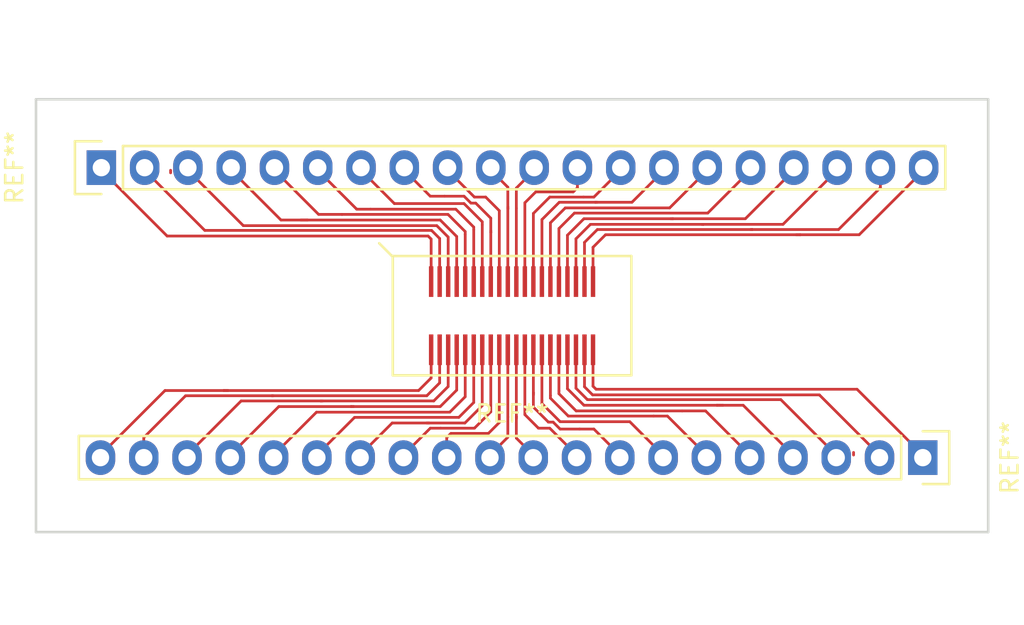
<source format=kicad_pcb>
(kicad_pcb (version 4) (host pcbnew 4.0.5+dfsg1-4~bpo8+1)

  (general
    (links 0)
    (no_connects 0)
    (area 47.726189 64.995 91.973812 77.845)
    (thickness 1.6)
    (drawings 4)
    (tracks 250)
    (zones 0)
    (modules 3)
    (nets 1)
  )

  (page A4)
  (layers
    (0 F.Cu signal)
    (31 B.Cu signal)
    (32 B.Adhes user)
    (33 F.Adhes user)
    (34 B.Paste user)
    (35 F.Paste user)
    (36 B.SilkS user)
    (37 F.SilkS user)
    (38 B.Mask user)
    (39 F.Mask user)
    (40 Dwgs.User user)
    (41 Cmts.User user)
    (42 Eco1.User user)
    (43 Eco2.User user)
    (44 Edge.Cuts user)
    (45 Margin user)
    (46 B.CrtYd user)
    (47 F.CrtYd user)
    (48 B.Fab user)
    (49 F.Fab user)
  )

  (setup
    (last_trace_width 0.16)
    (trace_clearance 0.1)
    (zone_clearance 0.508)
    (zone_45_only no)
    (trace_min 0.15)
    (segment_width 0.2)
    (edge_width 0.15)
    (via_size 0.6)
    (via_drill 0.4)
    (via_min_size 0.4)
    (via_min_drill 0.3)
    (uvia_size 0.3)
    (uvia_drill 0.1)
    (uvias_allowed no)
    (uvia_min_size 0.2)
    (uvia_min_drill 0.1)
    (pcb_text_width 0.3)
    (pcb_text_size 1.5 1.5)
    (mod_edge_width 0.15)
    (mod_text_size 1 1)
    (mod_text_width 0.15)
    (pad_size 1.524 1.524)
    (pad_drill 0.762)
    (pad_to_mask_clearance 0.2)
    (aux_axis_origin 0 0)
    (visible_elements FFFFFF7F)
    (pcbplotparams
      (layerselection 0x00030_80000001)
      (usegerberextensions false)
      (excludeedgelayer true)
      (linewidth 0.100000)
      (plotframeref false)
      (viasonmask false)
      (mode 1)
      (useauxorigin false)
      (hpglpennumber 1)
      (hpglpenspeed 20)
      (hpglpendiameter 15)
      (hpglpenoverlay 2)
      (psnegative false)
      (psa4output false)
      (plotreference true)
      (plotvalue true)
      (plotinvisibletext false)
      (padsonsilk false)
      (subtractmaskfromsilk false)
      (outputformat 1)
      (mirror false)
      (drillshape 1)
      (scaleselection 1)
      (outputdirectory ""))
  )

  (net 0 "")

  (net_class Default "This is the default net class."
    (clearance 0.1)
    (trace_width 0.16)
    (via_dia 0.6)
    (via_drill 0.4)
    (uvia_dia 0.3)
    (uvia_drill 0.1)
  )

  (module Pin_Headers:Pin_Header_Straight_1x20 (layer F.Cu) (tedit 0) (tstamp 594E8BC0)
    (at 93.9546 79.4512 270)
    (descr "Through hole pin header")
    (tags "pin header")
    (fp_text reference REF** (at 0 -5.1 270) (layer F.SilkS)
      (effects (font (size 1 1) (thickness 0.15)))
    )
    (fp_text value Pin_Header_Straight_1x20 (at 0 -3.1 270) (layer F.Fab)
      (effects (font (size 1 1) (thickness 0.15)))
    )
    (fp_line (start -1.75 -1.75) (end -1.75 50.05) (layer F.CrtYd) (width 0.05))
    (fp_line (start 1.75 -1.75) (end 1.75 50.05) (layer F.CrtYd) (width 0.05))
    (fp_line (start -1.75 -1.75) (end 1.75 -1.75) (layer F.CrtYd) (width 0.05))
    (fp_line (start -1.75 50.05) (end 1.75 50.05) (layer F.CrtYd) (width 0.05))
    (fp_line (start 1.27 1.27) (end 1.27 49.53) (layer F.SilkS) (width 0.15))
    (fp_line (start 1.27 49.53) (end -1.27 49.53) (layer F.SilkS) (width 0.15))
    (fp_line (start -1.27 49.53) (end -1.27 1.27) (layer F.SilkS) (width 0.15))
    (fp_line (start 1.55 -1.55) (end 1.55 0) (layer F.SilkS) (width 0.15))
    (fp_line (start 1.27 1.27) (end -1.27 1.27) (layer F.SilkS) (width 0.15))
    (fp_line (start -1.55 0) (end -1.55 -1.55) (layer F.SilkS) (width 0.15))
    (fp_line (start -1.55 -1.55) (end 1.55 -1.55) (layer F.SilkS) (width 0.15))
    (pad 1 thru_hole rect (at 0 0 270) (size 2.032 1.7272) (drill 1.016) (layers *.Cu *.Mask))
    (pad 2 thru_hole oval (at 0 2.54 270) (size 2.032 1.7272) (drill 1.016) (layers *.Cu *.Mask))
    (pad 3 thru_hole oval (at 0 5.08 270) (size 2.032 1.7272) (drill 1.016) (layers *.Cu *.Mask))
    (pad 4 thru_hole oval (at 0 7.62 270) (size 2.032 1.7272) (drill 1.016) (layers *.Cu *.Mask))
    (pad 5 thru_hole oval (at 0 10.16 270) (size 2.032 1.7272) (drill 1.016) (layers *.Cu *.Mask))
    (pad 6 thru_hole oval (at 0 12.7 270) (size 2.032 1.7272) (drill 1.016) (layers *.Cu *.Mask))
    (pad 7 thru_hole oval (at 0 15.24 270) (size 2.032 1.7272) (drill 1.016) (layers *.Cu *.Mask))
    (pad 8 thru_hole oval (at 0 17.78 270) (size 2.032 1.7272) (drill 1.016) (layers *.Cu *.Mask))
    (pad 9 thru_hole oval (at 0 20.32 270) (size 2.032 1.7272) (drill 1.016) (layers *.Cu *.Mask))
    (pad 10 thru_hole oval (at 0 22.86 270) (size 2.032 1.7272) (drill 1.016) (layers *.Cu *.Mask))
    (pad 11 thru_hole oval (at 0 25.4 270) (size 2.032 1.7272) (drill 1.016) (layers *.Cu *.Mask))
    (pad 12 thru_hole oval (at 0 27.94 270) (size 2.032 1.7272) (drill 1.016) (layers *.Cu *.Mask))
    (pad 13 thru_hole oval (at 0 30.48 270) (size 2.032 1.7272) (drill 1.016) (layers *.Cu *.Mask))
    (pad 14 thru_hole oval (at 0 33.02 270) (size 2.032 1.7272) (drill 1.016) (layers *.Cu *.Mask))
    (pad 15 thru_hole oval (at 0 35.56 270) (size 2.032 1.7272) (drill 1.016) (layers *.Cu *.Mask))
    (pad 16 thru_hole oval (at 0 38.1 270) (size 2.032 1.7272) (drill 1.016) (layers *.Cu *.Mask))
    (pad 17 thru_hole oval (at 0 40.64 270) (size 2.032 1.7272) (drill 1.016) (layers *.Cu *.Mask))
    (pad 18 thru_hole oval (at 0 43.18 270) (size 2.032 1.7272) (drill 1.016) (layers *.Cu *.Mask))
    (pad 19 thru_hole oval (at 0 45.72 270) (size 2.032 1.7272) (drill 1.016) (layers *.Cu *.Mask))
    (pad 20 thru_hole oval (at 0 48.26 270) (size 2.032 1.7272) (drill 1.016) (layers *.Cu *.Mask))
    (model Pin_Headers.3dshapes/Pin_Header_Straight_1x20.wrl
      (at (xyz 0 -0.95 0))
      (scale (xyz 1 1 1))
      (rotate (xyz 0 0 90))
    )
  )

  (module Connectors_Molex:Molex_SlimStack_Receptacle_02x20_0.5mm_52991-10408 (layer F.Cu) (tedit 55E7D192) (tstamp 594E26F8)
    (at 69.85 71.12)
    (descr "Molex Slimstack connector 02X20 contacts 0.5mm pitch 3mm mated height")
    (tags "Slimstack 3mm 02x20 0.5mm pitch")
    (attr smd)
    (fp_text reference REF** (at 0 5.75) (layer F.SilkS)
      (effects (font (size 1 1) (thickness 0.15)))
    )
    (fp_text value Molex_SlimStack_Receptacle_02x20_0.5mm_52991-10408 (at 0 -5.25) (layer F.Fab)
      (effects (font (size 1 1) (thickness 0.15)))
    )
    (fp_line (start -7.05 -3.5) (end -7.8 -4.25) (layer F.SilkS) (width 0.15))
    (fp_line (start 7.2 -3.75) (end -7.2 -3.75) (layer F.CrtYd) (width 0.05))
    (fp_line (start 7.2 3.75) (end 7.2 -3.75) (layer F.CrtYd) (width 0.05))
    (fp_line (start -7.2 3.75) (end 7.2 3.75) (layer F.CrtYd) (width 0.05))
    (fp_line (start -7.2 -3.75) (end -7.2 3.75) (layer F.CrtYd) (width 0.05))
    (fp_line (start 7 -3.5) (end -7 -3.5) (layer F.SilkS) (width 0.15))
    (fp_line (start 7 3.5) (end 7 -3.5) (layer F.SilkS) (width 0.15))
    (fp_line (start -7 3.5) (end 7 3.5) (layer F.SilkS) (width 0.15))
    (fp_line (start -7 -3.5) (end -7 3.5) (layer F.SilkS) (width 0.15))
    (pad 1 smd rect (at -4.75 -2) (size 0.26 1.8) (layers F.Cu F.Paste F.Mask))
    (pad 2 smd rect (at -4.75 2) (size 0.26 1.8) (layers F.Cu F.Paste F.Mask))
    (pad 3 smd rect (at -4.25 -2) (size 0.26 1.8) (layers F.Cu F.Paste F.Mask))
    (pad 4 smd rect (at -4.25 2) (size 0.26 1.8) (layers F.Cu F.Paste F.Mask))
    (pad 5 smd rect (at -3.75 -2) (size 0.26 1.8) (layers F.Cu F.Paste F.Mask))
    (pad 6 smd rect (at -3.75 2) (size 0.26 1.8) (layers F.Cu F.Paste F.Mask))
    (pad 7 smd rect (at -3.25 -2) (size 0.26 1.8) (layers F.Cu F.Paste F.Mask))
    (pad 8 smd rect (at -3.25 2) (size 0.26 1.8) (layers F.Cu F.Paste F.Mask))
    (pad 9 smd rect (at -2.75 -2) (size 0.26 1.8) (layers F.Cu F.Paste F.Mask))
    (pad 10 smd rect (at -2.75 2) (size 0.26 1.8) (layers F.Cu F.Paste F.Mask))
    (pad 11 smd rect (at -2.25 -2) (size 0.26 1.8) (layers F.Cu F.Paste F.Mask))
    (pad 12 smd rect (at -2.25 2) (size 0.26 1.8) (layers F.Cu F.Paste F.Mask))
    (pad 13 smd rect (at -1.75 -2) (size 0.26 1.8) (layers F.Cu F.Paste F.Mask))
    (pad 14 smd rect (at -1.75 2) (size 0.26 1.8) (layers F.Cu F.Paste F.Mask))
    (pad 15 smd rect (at -1.25 -2) (size 0.26 1.8) (layers F.Cu F.Paste F.Mask))
    (pad 16 smd rect (at -1.25 2) (size 0.26 1.8) (layers F.Cu F.Paste F.Mask))
    (pad 17 smd rect (at -0.75 -2) (size 0.26 1.8) (layers F.Cu F.Paste F.Mask))
    (pad 18 smd rect (at -0.75 2) (size 0.26 1.8) (layers F.Cu F.Paste F.Mask))
    (pad 19 smd rect (at -0.25 -2) (size 0.26 1.8) (layers F.Cu F.Paste F.Mask))
    (pad 20 smd rect (at -0.25 2) (size 0.26 1.8) (layers F.Cu F.Paste F.Mask))
    (pad 20 smd rect (at -0.25 2) (size 0.26 1.8) (layers F.Cu F.Paste F.Mask))
    (pad 21 smd rect (at 0.25 -2) (size 0.26 1.8) (layers F.Cu F.Paste F.Mask))
    (pad 22 smd rect (at 0.25 2) (size 0.26 1.8) (layers F.Cu F.Paste F.Mask))
    (pad 23 smd rect (at 0.75 -2) (size 0.26 1.8) (layers F.Cu F.Paste F.Mask))
    (pad 24 smd rect (at 0.75 2) (size 0.26 1.8) (layers F.Cu F.Paste F.Mask))
    (pad 25 smd rect (at 1.25 -2) (size 0.26 1.8) (layers F.Cu F.Paste F.Mask))
    (pad 26 smd rect (at 1.25 2) (size 0.26 1.8) (layers F.Cu F.Paste F.Mask))
    (pad 27 smd rect (at 1.75 -2) (size 0.26 1.8) (layers F.Cu F.Paste F.Mask))
    (pad 28 smd rect (at 1.75 2) (size 0.26 1.8) (layers F.Cu F.Paste F.Mask))
    (pad 29 smd rect (at 2.25 -2) (size 0.26 1.8) (layers F.Cu F.Paste F.Mask))
    (pad 30 smd rect (at 2.25 2) (size 0.26 1.8) (layers F.Cu F.Paste F.Mask))
    (pad 30 smd rect (at 2.25 2) (size 0.26 1.8) (layers F.Cu F.Paste F.Mask))
    (pad 31 smd rect (at 2.75 -2) (size 0.26 1.8) (layers F.Cu F.Paste F.Mask))
    (pad 32 smd rect (at 2.75 2) (size 0.26 1.8) (layers F.Cu F.Paste F.Mask))
    (pad 33 smd rect (at 3.25 -2) (size 0.26 1.8) (layers F.Cu F.Paste F.Mask))
    (pad 34 smd rect (at 3.25 2) (size 0.26 1.8) (layers F.Cu F.Paste F.Mask))
    (pad 35 smd rect (at 3.75 -2) (size 0.26 1.8) (layers F.Cu F.Paste F.Mask))
    (pad 36 smd rect (at 3.75 2) (size 0.26 1.8) (layers F.Cu F.Paste F.Mask))
    (pad 37 smd rect (at 4.25 -2) (size 0.26 1.8) (layers F.Cu F.Paste F.Mask))
    (pad 38 smd rect (at 4.25 2) (size 0.26 1.8) (layers F.Cu F.Paste F.Mask))
    (pad 39 smd rect (at 4.75 -2) (size 0.26 1.8) (layers F.Cu F.Paste F.Mask))
    (pad 40 smd rect (at 4.75 2) (size 0.26 1.8) (layers F.Cu F.Paste F.Mask))
  )

  (module Pin_Headers:Pin_Header_Straight_1x20 (layer F.Cu) (tedit 0) (tstamp 594E87E6)
    (at 45.7454 62.4332 90)
    (descr "Through hole pin header")
    (tags "pin header")
    (fp_text reference REF** (at 0 -5.1 90) (layer F.SilkS)
      (effects (font (size 1 1) (thickness 0.15)))
    )
    (fp_text value Pin_Header_Straight_1x20 (at 0 -3.1 90) (layer F.Fab)
      (effects (font (size 1 1) (thickness 0.15)))
    )
    (fp_line (start -1.75 -1.75) (end -1.75 50.05) (layer F.CrtYd) (width 0.05))
    (fp_line (start 1.75 -1.75) (end 1.75 50.05) (layer F.CrtYd) (width 0.05))
    (fp_line (start -1.75 -1.75) (end 1.75 -1.75) (layer F.CrtYd) (width 0.05))
    (fp_line (start -1.75 50.05) (end 1.75 50.05) (layer F.CrtYd) (width 0.05))
    (fp_line (start 1.27 1.27) (end 1.27 49.53) (layer F.SilkS) (width 0.15))
    (fp_line (start 1.27 49.53) (end -1.27 49.53) (layer F.SilkS) (width 0.15))
    (fp_line (start -1.27 49.53) (end -1.27 1.27) (layer F.SilkS) (width 0.15))
    (fp_line (start 1.55 -1.55) (end 1.55 0) (layer F.SilkS) (width 0.15))
    (fp_line (start 1.27 1.27) (end -1.27 1.27) (layer F.SilkS) (width 0.15))
    (fp_line (start -1.55 0) (end -1.55 -1.55) (layer F.SilkS) (width 0.15))
    (fp_line (start -1.55 -1.55) (end 1.55 -1.55) (layer F.SilkS) (width 0.15))
    (pad 1 thru_hole rect (at 0 0 90) (size 2.032 1.7272) (drill 1.016) (layers *.Cu *.Mask))
    (pad 2 thru_hole oval (at 0 2.54 90) (size 2.032 1.7272) (drill 1.016) (layers *.Cu *.Mask))
    (pad 3 thru_hole oval (at 0 5.08 90) (size 2.032 1.7272) (drill 1.016) (layers *.Cu *.Mask))
    (pad 4 thru_hole oval (at 0 7.62 90) (size 2.032 1.7272) (drill 1.016) (layers *.Cu *.Mask))
    (pad 5 thru_hole oval (at 0 10.16 90) (size 2.032 1.7272) (drill 1.016) (layers *.Cu *.Mask))
    (pad 6 thru_hole oval (at 0 12.7 90) (size 2.032 1.7272) (drill 1.016) (layers *.Cu *.Mask))
    (pad 7 thru_hole oval (at 0 15.24 90) (size 2.032 1.7272) (drill 1.016) (layers *.Cu *.Mask))
    (pad 8 thru_hole oval (at 0 17.78 90) (size 2.032 1.7272) (drill 1.016) (layers *.Cu *.Mask))
    (pad 9 thru_hole oval (at 0 20.32 90) (size 2.032 1.7272) (drill 1.016) (layers *.Cu *.Mask))
    (pad 10 thru_hole oval (at 0 22.86 90) (size 2.032 1.7272) (drill 1.016) (layers *.Cu *.Mask))
    (pad 11 thru_hole oval (at 0 25.4 90) (size 2.032 1.7272) (drill 1.016) (layers *.Cu *.Mask))
    (pad 12 thru_hole oval (at 0 27.94 90) (size 2.032 1.7272) (drill 1.016) (layers *.Cu *.Mask))
    (pad 13 thru_hole oval (at 0 30.48 90) (size 2.032 1.7272) (drill 1.016) (layers *.Cu *.Mask))
    (pad 14 thru_hole oval (at 0 33.02 90) (size 2.032 1.7272) (drill 1.016) (layers *.Cu *.Mask))
    (pad 15 thru_hole oval (at 0 35.56 90) (size 2.032 1.7272) (drill 1.016) (layers *.Cu *.Mask))
    (pad 16 thru_hole oval (at 0 38.1 90) (size 2.032 1.7272) (drill 1.016) (layers *.Cu *.Mask))
    (pad 17 thru_hole oval (at 0 40.64 90) (size 2.032 1.7272) (drill 1.016) (layers *.Cu *.Mask))
    (pad 18 thru_hole oval (at 0 43.18 90) (size 2.032 1.7272) (drill 1.016) (layers *.Cu *.Mask))
    (pad 19 thru_hole oval (at 0 45.72 90) (size 2.032 1.7272) (drill 1.016) (layers *.Cu *.Mask))
    (pad 20 thru_hole oval (at 0 48.26 90) (size 2.032 1.7272) (drill 1.016) (layers *.Cu *.Mask))
    (model Pin_Headers.3dshapes/Pin_Header_Straight_1x20.wrl
      (at (xyz 0 -0.95 0))
      (scale (xyz 1 1 1))
      (rotate (xyz 0 0 90))
    )
  )

  (gr_line (start 97.79 83.82) (end 41.91 83.82) (layer Edge.Cuts) (width 0.15))
  (gr_line (start 97.79 58.42) (end 97.79 83.82) (layer Edge.Cuts) (width 0.15))
  (gr_line (start 41.91 58.42) (end 97.79 58.42) (layer Edge.Cuts) (width 0.15))
  (gr_line (start 41.91 83.82) (end 41.91 58.42) (layer Edge.Cuts) (width 0.15))

  (segment (start 60.9346 79.4512) (end 60.9346 79.2988) (width 0.16) (layer F.Cu) (net 0) (tstamp 594E8BBF))
  (segment (start 60.4012 76.454) (end 60.5536 76.454) (width 0.16) (layer F.Cu) (net 0) (tstamp 594E8BBE))
  (segment (start 62.8142 77.4192) (end 64.9732 77.4192) (width 0.16) (layer F.Cu) (net 0) (tstamp 594E8BBD))
  (segment (start 63.4746 79.4512) (end 63.4746 79.2988) (width 0.16) (layer F.Cu) (net 0) (tstamp 594E8BBC))
  (segment (start 63.4746 79.2988) (end 65.0494 77.724) (width 0.16) (layer F.Cu) (net 0) (tstamp 594E8BBB))
  (segment (start 60.9346 79.2988) (end 62.8142 77.4192) (width 0.16) (layer F.Cu) (net 0) (tstamp 594E8BBA))
  (segment (start 56.1594 76.454) (end 60.4012 76.454) (width 0.16) (layer F.Cu) (net 0) (tstamp 594E8BB9))
  (segment (start 58.3946 79.2988) (end 60.6044 77.089) (width 0.16) (layer F.Cu) (net 0) (tstamp 594E8BB8))
  (segment (start 58.3946 79.4512) (end 58.3946 79.2988) (width 0.16) (layer F.Cu) (net 0) (tstamp 594E8BB7))
  (segment (start 55.8546 79.2988) (end 58.3692 76.7842) (width 0.16) (layer F.Cu) (net 0) (tstamp 594E8BB6))
  (segment (start 64.3636 75.5142) (end 52.9336 75.5142) (width 0.16) (layer F.Cu) (net 0) (tstamp 594E8BB5))
  (segment (start 53.9496 76.1238) (end 58.6232 76.1238) (width 0.16) (layer F.Cu) (net 0) (tstamp 594E8BB4))
  (segment (start 64.8462 75.819) (end 55.753 75.819) (width 0.16) (layer F.Cu) (net 0) (tstamp 594E8BB3))
  (segment (start 48.2346 78.2752) (end 50.6908 75.819) (width 0.16) (layer F.Cu) (net 0) (tstamp 594E8BB2))
  (segment (start 45.6946 79.2988) (end 49.4792 75.5142) (width 0.16) (layer F.Cu) (net 0) (tstamp 594E8BB1))
  (segment (start 45.6946 79.4512) (end 45.6946 79.2988) (width 0.16) (layer F.Cu) (net 0) (tstamp 594E8BB0))
  (segment (start 48.2346 79.4512) (end 48.2346 78.2752) (width 0.16) (layer F.Cu) (net 0) (tstamp 594E8BAF))
  (segment (start 52.9336 75.5142) (end 53.1876 75.5142) (width 0.16) (layer F.Cu) (net 0) (tstamp 594E8BAE))
  (segment (start 49.4792 75.5142) (end 52.9336 75.5142) (width 0.16) (layer F.Cu) (net 0) (tstamp 594E8BAD))
  (segment (start 50.7746 79.2988) (end 53.9496 76.1238) (width 0.16) (layer F.Cu) (net 0) (tstamp 594E8BAC))
  (segment (start 50.7746 79.4512) (end 50.7746 79.2988) (width 0.16) (layer F.Cu) (net 0) (tstamp 594E8BAB))
  (segment (start 55.753 75.819) (end 55.8546 75.819) (width 0.16) (layer F.Cu) (net 0) (tstamp 594E8BAA))
  (segment (start 50.6908 75.819) (end 55.753 75.819) (width 0.16) (layer F.Cu) (net 0) (tstamp 594E8BA9))
  (segment (start 55.8546 79.4512) (end 55.8546 79.2988) (width 0.16) (layer F.Cu) (net 0) (tstamp 594E8BA8))
  (segment (start 53.3146 79.2988) (end 56.1594 76.454) (width 0.16) (layer F.Cu) (net 0) (tstamp 594E8BA7))
  (segment (start 53.3146 79.4512) (end 53.3146 79.2988) (width 0.16) (layer F.Cu) (net 0) (tstamp 594E8BA6))
  (segment (start 65.6336 76.454) (end 60.4012 76.454) (width 0.16) (layer F.Cu) (net 0) (tstamp 594E8BA5))
  (segment (start 58.3692 76.7842) (end 66.1924 76.7842) (width 0.16) (layer F.Cu) (net 0) (tstamp 594E8BA4))
  (segment (start 58.6232 76.1238) (end 58.7248 76.1238) (width 0.16) (layer F.Cu) (net 0) (tstamp 594E8BA3))
  (segment (start 60.6044 77.089) (end 66.7258 77.089) (width 0.16) (layer F.Cu) (net 0) (tstamp 594E8BA2))
  (segment (start 65.2526 76.1238) (end 58.6232 76.1238) (width 0.16) (layer F.Cu) (net 0) (tstamp 594E8BA1))
  (segment (start 68.0974 76.4032) (end 67.0814 77.4192) (width 0.16) (layer F.Cu) (net 0) (tstamp 594E8BA0))
  (segment (start 66.7258 77.089) (end 67.6 76.2148) (width 0.16) (layer F.Cu) (net 0) (tstamp 594E8B9F))
  (segment (start 65.0494 77.724) (end 65.659 77.724) (width 0.16) (layer F.Cu) (net 0) (tstamp 594E8B9E))
  (segment (start 67.0814 77.4192) (end 64.9732 77.4192) (width 0.16) (layer F.Cu) (net 0) (tstamp 594E8B9D))
  (segment (start 67.1 75.8766) (end 66.1924 76.7842) (width 0.16) (layer F.Cu) (net 0) (tstamp 594E8B9C))
  (segment (start 64.9732 77.4192) (end 64.8462 77.4192) (width 0.16) (layer F.Cu) (net 0) (tstamp 594E8B9B))
  (segment (start 69.6 72.7644) (end 69.6 77.0676) (width 0.16) (layer F.Cu) (net 0) (tstamp 594E8B9A))
  (segment (start 67.6 76.2148) (end 67.6 72.7644) (width 0.16) (layer F.Cu) (net 0) (tstamp 594E8B99))
  (segment (start 68.0974 73.537) (end 68.0974 76.4032) (width 0.16) (layer F.Cu) (net 0) (tstamp 594E8B98))
  (segment (start 67.1 72.7644) (end 67.1 75.8766) (width 0.16) (layer F.Cu) (net 0) (tstamp 594E8B97))
  (segment (start 68.1 73.5344) (end 68.0974 73.537) (width 0.16) (layer F.Cu) (net 0) (tstamp 594E8B96))
  (segment (start 68.1 72.7644) (end 68.1 73.5344) (width 0.16) (layer F.Cu) (net 0) (tstamp 594E8B95))
  (segment (start 68.6 72.7644) (end 68.6 76.7642) (width 0.16) (layer F.Cu) (net 0) (tstamp 594E8B94))
  (segment (start 69.1 72.7644) (end 69.1 77.3894) (width 0.16) (layer F.Cu) (net 0) (tstamp 594E8B93))
  (segment (start 65.6 75.0652) (end 64.8462 75.819) (width 0.16) (layer F.Cu) (net 0) (tstamp 594E8B92))
  (segment (start 66.6 75.4876) (end 65.6336 76.454) (width 0.16) (layer F.Cu) (net 0) (tstamp 594E8B91))
  (segment (start 65.1 74.7778) (end 64.3636 75.5142) (width 0.16) (layer F.Cu) (net 0) (tstamp 594E8B90))
  (segment (start 66.1 75.2764) (end 65.2526 76.1238) (width 0.16) (layer F.Cu) (net 0) (tstamp 594E8B8F))
  (segment (start 67.6402 77.724) (end 65.659 77.724) (width 0.16) (layer F.Cu) (net 0) (tstamp 594E8B8E))
  (segment (start 68.4606 78.0288) (end 66.261 78.0288) (width 0.16) (layer F.Cu) (net 0) (tstamp 594E8B8D))
  (segment (start 66.261 78.0288) (end 66.0146 78.2752) (width 0.16) (layer F.Cu) (net 0) (tstamp 594E8B8C))
  (segment (start 66.0146 78.2752) (end 66.0146 79.4512) (width 0.16) (layer F.Cu) (net 0) (tstamp 594E8B8B))
  (segment (start 68.5546 79.4512) (end 68.5546 79.2988) (width 0.16) (layer F.Cu) (net 0) (tstamp 594E8B8A))
  (segment (start 68.6 76.7642) (end 67.6402 77.724) (width 0.16) (layer F.Cu) (net 0) (tstamp 594E8B89))
  (segment (start 68.5546 79.2988) (end 69.6 78.2534) (width 0.16) (layer F.Cu) (net 0) (tstamp 594E8B88))
  (segment (start 69.6 78.2534) (end 69.6 77.0676) (width 0.16) (layer F.Cu) (net 0) (tstamp 594E8B87))
  (segment (start 69.1 77.3894) (end 68.4606 78.0288) (width 0.16) (layer F.Cu) (net 0) (tstamp 594E8B86))
  (segment (start 66.1 72.7644) (end 66.1 75.2764) (width 0.16) (layer F.Cu) (net 0) (tstamp 594E8B85))
  (segment (start 65.1 72.7644) (end 65.1 74.7778) (width 0.16) (layer F.Cu) (net 0) (tstamp 594E8B84))
  (segment (start 66.6 72.7644) (end 66.6 75.4876) (width 0.16) (layer F.Cu) (net 0) (tstamp 594E8B83))
  (segment (start 65.6 72.7644) (end 65.6 75.0652) (width 0.16) (layer F.Cu) (net 0) (tstamp 594E8B82))
  (segment (start 83.7946 79.2988) (end 81.2038 76.708) (width 0.16) (layer F.Cu) (net 0) (tstamp 594E8B81))
  (segment (start 81.2546 79.2988) (end 78.9686 77.0128) (width 0.16) (layer F.Cu) (net 0) (tstamp 594E8B80))
  (segment (start 83.7946 79.4512) (end 83.7946 79.2988) (width 0.16) (layer F.Cu) (net 0) (tstamp 594E8B7F))
  (segment (start 81.2038 76.708) (end 79.8322 76.708) (width 0.16) (layer F.Cu) (net 0) (tstamp 594E8B7E))
  (segment (start 81.2546 79.4512) (end 81.2546 79.2988) (width 0.16) (layer F.Cu) (net 0) (tstamp 594E8B7D))
  (segment (start 76.7588 77.343) (end 72.6694 77.343) (width 0.16) (layer F.Cu) (net 0) (tstamp 594E8B7C))
  (segment (start 76.1746 79.4512) (end 76.1746 79.2988) (width 0.16) (layer F.Cu) (net 0) (tstamp 594E8B7B))
  (segment (start 73.152 77.0128) (end 78.1558 77.0128) (width 0.16) (layer F.Cu) (net 0) (tstamp 594E8B7A))
  (segment (start 74.6506 77.7748) (end 73.8124 77.7748) (width 0.16) (layer F.Cu) (net 0) (tstamp 594E8B79))
  (segment (start 76.1746 79.2988) (end 74.6506 77.7748) (width 0.16) (layer F.Cu) (net 0) (tstamp 594E8B78))
  (segment (start 78.7146 79.4512) (end 78.7146 79.2988) (width 0.16) (layer F.Cu) (net 0) (tstamp 594E8B77))
  (segment (start 78.7146 79.2988) (end 76.7588 77.343) (width 0.16) (layer F.Cu) (net 0) (tstamp 594E8B76))
  (segment (start 88.8746 79.4512) (end 88.8746 79.2988) (width 0.16) (layer F.Cu) (net 0) (tstamp 594E8B75))
  (segment (start 89.8906 79.2988) (end 89.8906 79.1464) (width 0.16) (layer F.Cu) (net 0) (tstamp 594E8B74))
  (segment (start 93.9546 79.2988) (end 90.0938 75.438) (width 0.16) (layer F.Cu) (net 0) (tstamp 594E8B73))
  (segment (start 93.9546 79.4512) (end 93.9546 79.2988) (width 0.16) (layer F.Cu) (net 0) (tstamp 594E8B72))
  (segment (start 91.4146 79.2988) (end 87.884 75.7682) (width 0.16) (layer F.Cu) (net 0) (tstamp 594E8B71))
  (segment (start 91.4146 79.4512) (end 91.4146 79.2988) (width 0.16) (layer F.Cu) (net 0) (tstamp 594E8B70))
  (segment (start 83.4136 76.3778) (end 81.8642 76.3778) (width 0.16) (layer F.Cu) (net 0) (tstamp 594E8B6F))
  (segment (start 81.8642 76.3778) (end 82.2452 76.3778) (width 0.16) (layer F.Cu) (net 0) (tstamp 594E8B6E))
  (segment (start 73.6092 76.708) (end 79.8322 76.708) (width 0.16) (layer F.Cu) (net 0) (tstamp 594E8B6D))
  (segment (start 74.0664 76.3778) (end 81.8642 76.3778) (width 0.16) (layer F.Cu) (net 0) (tstamp 594E8B6C))
  (segment (start 78.9686 77.0128) (end 78.1558 77.0128) (width 0.16) (layer F.Cu) (net 0) (tstamp 594E8B6B))
  (segment (start 74.778 75.438) (end 74.6 75.26) (width 0.16) (layer F.Cu) (net 0) (tstamp 594E8B6A))
  (segment (start 85.6234 76.0476) (end 74.2696 76.0476) (width 0.16) (layer F.Cu) (net 0) (tstamp 594E8B69))
  (segment (start 90.0938 75.438) (end 74.778 75.438) (width 0.16) (layer F.Cu) (net 0) (tstamp 594E8B68))
  (segment (start 86.3346 79.4512) (end 86.3346 79.2988) (width 0.16) (layer F.Cu) (net 0) (tstamp 594E8B67))
  (segment (start 87.884 75.7682) (end 74.5744 75.7682) (width 0.16) (layer F.Cu) (net 0) (tstamp 594E8B66))
  (segment (start 88.8746 79.2988) (end 85.6234 76.0476) (width 0.16) (layer F.Cu) (net 0) (tstamp 594E8B65))
  (segment (start 86.3346 79.2988) (end 83.4136 76.3778) (width 0.16) (layer F.Cu) (net 0) (tstamp 594E8B64))
  (segment (start 71.6 72.7644) (end 71.6 76.0958) (width 0.16) (layer F.Cu) (net 0) (tstamp 594E8B63))
  (segment (start 72.1 72.7644) (end 72.1 75.8084) (width 0.16) (layer F.Cu) (net 0) (tstamp 594E8B62))
  (segment (start 71.1 76.4848) (end 71.1 75.6412) (width 0.16) (layer F.Cu) (net 0) (tstamp 594E8B61))
  (segment (start 71.1 75.6412) (end 71.1 75.7682) (width 0.16) (layer F.Cu) (net 0) (tstamp 594E8B60))
  (segment (start 70.1 72.7644) (end 70.1 77.0382) (width 0.16) (layer F.Cu) (net 0) (tstamp 594E8B5F))
  (segment (start 70.6 72.7644) (end 70.6 76.9246) (width 0.16) (layer F.Cu) (net 0) (tstamp 594E8B5E))
  (segment (start 71.1 72.7644) (end 71.1 75.6412) (width 0.16) (layer F.Cu) (net 0) (tstamp 594E8B5D))
  (segment (start 72.6 75.6988) (end 73.6092 76.708) (width 0.16) (layer F.Cu) (net 0) (tstamp 594E8B5C))
  (segment (start 73.1 75.4114) (end 74.0664 76.3778) (width 0.16) (layer F.Cu) (net 0) (tstamp 594E8B5B))
  (segment (start 72.1 75.9608) (end 73.152 77.0128) (width 0.16) (layer F.Cu) (net 0) (tstamp 594E8B5A))
  (segment (start 71.9836 77.3684) (end 72.263 77.3684) (width 0.16) (layer F.Cu) (net 0) (tstamp 594E8B59))
  (segment (start 71.6 76.0958) (end 71.6 76.2736) (width 0.16) (layer F.Cu) (net 0) (tstamp 594E8B58))
  (segment (start 72.1 75.8084) (end 72.1 75.9608) (width 0.16) (layer F.Cu) (net 0) (tstamp 594E8B57))
  (segment (start 71.6 76.2736) (end 72.6694 77.343) (width 0.16) (layer F.Cu) (net 0) (tstamp 594E8B56))
  (segment (start 74.2696 76.0476) (end 73.6 75.378) (width 0.16) (layer F.Cu) (net 0) (tstamp 594E8B55))
  (segment (start 73.6346 79.2988) (end 72.0598 77.724) (width 0.16) (layer F.Cu) (net 0) (tstamp 594E8B54))
  (segment (start 72.263 77.3684) (end 72.6694 77.7748) (width 0.16) (layer F.Cu) (net 0) (tstamp 594E8B53))
  (segment (start 73.6346 79.4512) (end 73.6346 79.2988) (width 0.16) (layer F.Cu) (net 0) (tstamp 594E8B52))
  (segment (start 72.0598 77.724) (end 71.3994 77.724) (width 0.16) (layer F.Cu) (net 0) (tstamp 594E8B51))
  (segment (start 72.6694 77.7748) (end 73.8124 77.7748) (width 0.16) (layer F.Cu) (net 0) (tstamp 594E8B50))
  (segment (start 74.5744 75.7682) (end 74.1 75.2938) (width 0.16) (layer F.Cu) (net 0) (tstamp 594E8B4F))
  (segment (start 74.1 75.2938) (end 74.1 72.7644) (width 0.16) (layer F.Cu) (net 0) (tstamp 594E8B4E))
  (segment (start 72.6 75.5328) (end 72.6 75.6988) (width 0.16) (layer F.Cu) (net 0) (tstamp 594E8B4D))
  (segment (start 73.1 72.7644) (end 73.1 75.4114) (width 0.16) (layer F.Cu) (net 0) (tstamp 594E8B4C))
  (segment (start 73.6 75.378) (end 73.6 72.7644) (width 0.16) (layer F.Cu) (net 0) (tstamp 594E8B4B))
  (segment (start 74.6 75.26) (end 74.6 72.7644) (width 0.16) (layer F.Cu) (net 0) (tstamp 594E8B4A))
  (segment (start 72.6 72.7644) (end 72.6 75.5328) (width 0.16) (layer F.Cu) (net 0) (tstamp 594E8B49))
  (segment (start 71.0946 79.4512) (end 71.0946 79.2988) (width 0.16) (layer F.Cu) (net 0) (tstamp 594E8B48))
  (segment (start 71.3994 77.724) (end 70.6 76.9246) (width 0.16) (layer F.Cu) (net 0) (tstamp 594E8B47))
  (segment (start 71.9836 77.3684) (end 71.1 76.4848) (width 0.16) (layer F.Cu) (net 0) (tstamp 594E8B46))
  (segment (start 71.0946 79.2988) (end 70.1 78.3042) (width 0.16) (layer F.Cu) (net 0) (tstamp 594E8B45))
  (segment (start 70.1 78.3042) (end 70.1 77.0382) (width 0.16) (layer F.Cu) (net 0) (tstamp 594E8B44))
  (segment (start 70.1 77.0382) (end 70.1 77.1612) (width 0.16) (layer F.Cu) (net 0) (tstamp 594E8B43))
  (segment (start 90.2208 66.3702) (end 86.7664 66.3702) (width 0.16) (layer F.Cu) (net 0))
  (segment (start 86.7664 66.3702) (end 86.5124 66.3702) (width 0.16) (layer F.Cu) (net 0))
  (segment (start 74.6 67.1066) (end 75.3364 66.3702) (width 0.16) (layer F.Cu) (net 0))
  (segment (start 75.3364 66.3702) (end 86.7664 66.3702) (width 0.16) (layer F.Cu) (net 0))
  (segment (start 74.6 69.12) (end 74.6 67.1066) (width 0.16) (layer F.Cu) (net 0))
  (segment (start 89.0092 66.0654) (end 83.947 66.0654) (width 0.16) (layer F.Cu) (net 0))
  (segment (start 83.947 66.0654) (end 83.8454 66.0654) (width 0.16) (layer F.Cu) (net 0))
  (segment (start 74.1 66.8192) (end 74.8538 66.0654) (width 0.16) (layer F.Cu) (net 0))
  (segment (start 74.8538 66.0654) (end 83.947 66.0654) (width 0.16) (layer F.Cu) (net 0))
  (segment (start 74.1 69.12) (end 74.1 66.8192) (width 0.16) (layer F.Cu) (net 0))
  (segment (start 85.7504 65.7606) (end 81.0768 65.7606) (width 0.16) (layer F.Cu) (net 0))
  (segment (start 81.0768 65.7606) (end 80.9752 65.7606) (width 0.16) (layer F.Cu) (net 0))
  (segment (start 73.6 66.608) (end 74.4474 65.7606) (width 0.16) (layer F.Cu) (net 0))
  (segment (start 74.4474 65.7606) (end 81.0768 65.7606) (width 0.16) (layer F.Cu) (net 0))
  (segment (start 73.6 69.12) (end 73.6 66.608) (width 0.16) (layer F.Cu) (net 0))
  (segment (start 83.5406 65.4304) (end 79.2988 65.4304) (width 0.16) (layer F.Cu) (net 0))
  (segment (start 79.2988 65.4304) (end 79.1464 65.4304) (width 0.16) (layer F.Cu) (net 0))
  (segment (start 73.1 66.3968) (end 74.0664 65.4304) (width 0.16) (layer F.Cu) (net 0))
  (segment (start 74.0664 65.4304) (end 79.2988 65.4304) (width 0.16) (layer F.Cu) (net 0))
  (segment (start 73.1 69.12) (end 73.1 66.3968) (width 0.16) (layer F.Cu) (net 0))
  (segment (start 94.0054 62.4332) (end 94.0054 62.5856) (width 0.16) (layer F.Cu) (net 0))
  (segment (start 94.0054 62.5856) (end 90.2208 66.3702) (width 0.16) (layer F.Cu) (net 0))
  (segment (start 91.4654 62.4332) (end 91.4654 63.6092) (width 0.16) (layer F.Cu) (net 0))
  (segment (start 91.4654 63.6092) (end 89.0092 66.0654) (width 0.16) (layer F.Cu) (net 0))
  (segment (start 88.9254 62.4332) (end 88.9254 62.5856) (width 0.16) (layer F.Cu) (net 0))
  (segment (start 88.9254 62.5856) (end 85.7504 65.7606) (width 0.16) (layer F.Cu) (net 0))
  (segment (start 86.3854 62.4332) (end 86.3854 62.5856) (width 0.16) (layer F.Cu) (net 0))
  (segment (start 86.3854 62.5856) (end 83.5406 65.4304) (width 0.16) (layer F.Cu) (net 0))
  (segment (start 83.8454 62.4332) (end 83.8454 62.5856) (width 0.16) (layer F.Cu) (net 0))
  (segment (start 83.8454 62.5856) (end 81.3308 65.1002) (width 0.16) (layer F.Cu) (net 0))
  (segment (start 81.3308 65.1002) (end 73.5076 65.1002) (width 0.16) (layer F.Cu) (net 0))
  (segment (start 81.3054 62.4332) (end 81.3054 62.5856) (width 0.16) (layer F.Cu) (net 0))
  (segment (start 81.3054 62.5856) (end 79.0956 64.7954) (width 0.16) (layer F.Cu) (net 0))
  (segment (start 79.0956 64.7954) (end 72.9742 64.7954) (width 0.16) (layer F.Cu) (net 0))
  (segment (start 72.9742 64.7954) (end 72.1 65.6696) (width 0.16) (layer F.Cu) (net 0))
  (segment (start 72.1 65.6696) (end 72.1 69.12) (width 0.16) (layer F.Cu) (net 0))
  (segment (start 72.6186 64.4652) (end 74.7268 64.4652) (width 0.16) (layer F.Cu) (net 0))
  (segment (start 74.7268 64.4652) (end 74.8538 64.4652) (width 0.16) (layer F.Cu) (net 0))
  (segment (start 76.8858 64.4652) (end 74.7268 64.4652) (width 0.16) (layer F.Cu) (net 0))
  (segment (start 78.7654 62.4332) (end 78.7654 62.5856) (width 0.16) (layer F.Cu) (net 0))
  (segment (start 78.7654 62.5856) (end 76.8858 64.4652) (width 0.16) (layer F.Cu) (net 0))
  (segment (start 72.0598 64.1604) (end 74.041 64.1604) (width 0.16) (layer F.Cu) (net 0))
  (segment (start 76.2254 62.4332) (end 76.2254 62.5856) (width 0.16) (layer F.Cu) (net 0))
  (segment (start 76.2254 62.5856) (end 74.6506 64.1604) (width 0.16) (layer F.Cu) (net 0))
  (segment (start 74.6506 64.1604) (end 74.041 64.1604) (width 0.16) (layer F.Cu) (net 0))
  (segment (start 72.6 66.0078) (end 73.5076 65.1002) (width 0.16) (layer F.Cu) (net 0))
  (segment (start 72.6 69.12) (end 72.6 66.0078) (width 0.16) (layer F.Cu) (net 0))
  (segment (start 71.6026 65.4812) (end 72.6186 64.4652) (width 0.16) (layer F.Cu) (net 0))
  (segment (start 71.6026 68.3474) (end 71.6026 65.4812) (width 0.16) (layer F.Cu) (net 0))
  (segment (start 71.6 69.12) (end 71.6 68.35) (width 0.16) (layer F.Cu) (net 0))
  (segment (start 71.6 68.35) (end 71.6026 68.3474) (width 0.16) (layer F.Cu) (net 0))
  (segment (start 71.1 65.1202) (end 72.0598 64.1604) (width 0.16) (layer F.Cu) (net 0))
  (segment (start 71.1 69.12) (end 71.1 65.1202) (width 0.16) (layer F.Cu) (net 0))
  (segment (start 70.6 69.12) (end 70.6 64.495) (width 0.16) (layer F.Cu) (net 0))
  (segment (start 70.6 64.495) (end 71.2394 63.8556) (width 0.16) (layer F.Cu) (net 0))
  (segment (start 71.2394 63.8556) (end 73.439 63.8556) (width 0.16) (layer F.Cu) (net 0))
  (segment (start 73.439 63.8556) (end 73.6854 63.6092) (width 0.16) (layer F.Cu) (net 0))
  (segment (start 73.6854 63.6092) (end 73.6854 62.4332) (width 0.16) (layer F.Cu) (net 0))
  (segment (start 45.7454 62.4332) (end 45.7454 62.5856) (width 0.16) (layer F.Cu) (net 0))
  (segment (start 45.7454 62.5856) (end 49.6062 66.4464) (width 0.16) (layer F.Cu) (net 0))
  (segment (start 49.6062 66.4464) (end 64.922 66.4464) (width 0.16) (layer F.Cu) (net 0))
  (segment (start 64.922 66.4464) (end 65.1 66.6244) (width 0.16) (layer F.Cu) (net 0))
  (segment (start 65.1 66.6244) (end 65.1 69.12) (width 0.16) (layer F.Cu) (net 0))
  (segment (start 48.2854 62.4332) (end 48.2854 62.5856) (width 0.16) (layer F.Cu) (net 0))
  (segment (start 48.2854 62.5856) (end 51.816 66.1162) (width 0.16) (layer F.Cu) (net 0))
  (segment (start 51.816 66.1162) (end 65.1256 66.1162) (width 0.16) (layer F.Cu) (net 0))
  (segment (start 65.1256 66.1162) (end 65.6 66.5906) (width 0.16) (layer F.Cu) (net 0))
  (segment (start 65.6 66.5906) (end 65.6 69.12) (width 0.16) (layer F.Cu) (net 0))
  (segment (start 50.8254 62.4332) (end 50.8254 62.5856) (width 0.16) (layer F.Cu) (net 0))
  (segment (start 50.8254 62.5856) (end 54.0766 65.8368) (width 0.16) (layer F.Cu) (net 0))
  (segment (start 54.0766 65.8368) (end 65.4304 65.8368) (width 0.16) (layer F.Cu) (net 0))
  (segment (start 65.4304 65.8368) (end 66.1 66.5064) (width 0.16) (layer F.Cu) (net 0))
  (segment (start 66.1 66.5064) (end 66.1 69.12) (width 0.16) (layer F.Cu) (net 0))
  (segment (start 56.2864 65.5066) (end 57.8358 65.5066) (width 0.16) (layer F.Cu) (net 0))
  (segment (start 65.6336 65.5066) (end 57.8358 65.5066) (width 0.16) (layer F.Cu) (net 0))
  (segment (start 57.8358 65.5066) (end 57.4548 65.5066) (width 0.16) (layer F.Cu) (net 0))
  (segment (start 53.3654 62.4332) (end 53.3654 62.5856) (width 0.16) (layer F.Cu) (net 0))
  (segment (start 53.3654 62.5856) (end 56.2864 65.5066) (width 0.16) (layer F.Cu) (net 0))
  (segment (start 66.0908 65.1764) (end 59.8678 65.1764) (width 0.16) (layer F.Cu) (net 0))
  (segment (start 55.9054 62.4332) (end 55.9054 62.5856) (width 0.16) (layer F.Cu) (net 0))
  (segment (start 58.4962 65.1764) (end 59.8678 65.1764) (width 0.16) (layer F.Cu) (net 0))
  (segment (start 55.9054 62.5856) (end 58.4962 65.1764) (width 0.16) (layer F.Cu) (net 0))
  (segment (start 66.548 64.8716) (end 61.5442 64.8716) (width 0.16) (layer F.Cu) (net 0))
  (segment (start 58.4454 62.4332) (end 58.4454 62.5856) (width 0.16) (layer F.Cu) (net 0))
  (segment (start 58.4454 62.5856) (end 60.7314 64.8716) (width 0.16) (layer F.Cu) (net 0))
  (segment (start 60.7314 64.8716) (end 61.5442 64.8716) (width 0.16) (layer F.Cu) (net 0))
  (segment (start 60.9854 62.4332) (end 60.9854 62.5856) (width 0.16) (layer F.Cu) (net 0))
  (segment (start 60.9854 62.5856) (end 62.9412 64.5414) (width 0.16) (layer F.Cu) (net 0))
  (segment (start 62.9412 64.5414) (end 67.0306 64.5414) (width 0.16) (layer F.Cu) (net 0))
  (segment (start 67.0306 64.1096) (end 65.8876 64.1096) (width 0.16) (layer F.Cu) (net 0))
  (segment (start 63.5254 62.4332) (end 63.5254 62.5856) (width 0.16) (layer F.Cu) (net 0))
  (segment (start 63.5254 62.5856) (end 65.0494 64.1096) (width 0.16) (layer F.Cu) (net 0))
  (segment (start 65.0494 64.1096) (end 65.8876 64.1096) (width 0.16) (layer F.Cu) (net 0))
  (segment (start 67.437 64.516) (end 67.0306 64.1096) (width 0.16) (layer F.Cu) (net 0))
  (segment (start 67.7164 64.516) (end 67.437 64.516) (width 0.16) (layer F.Cu) (net 0))
  (segment (start 68.1 65.6108) (end 67.0306 64.5414) (width 0.16) (layer F.Cu) (net 0))
  (segment (start 68.1 65.7886) (end 68.1 65.6108) (width 0.16) (layer F.Cu) (net 0))
  (segment (start 67.6 65.9236) (end 66.548 64.8716) (width 0.16) (layer F.Cu) (net 0))
  (segment (start 67.6 66.076) (end 67.6 65.9236) (width 0.16) (layer F.Cu) (net 0))
  (segment (start 67.1 66.1856) (end 66.0908 65.1764) (width 0.16) (layer F.Cu) (net 0))
  (segment (start 67.1 66.3516) (end 67.1 66.1856) (width 0.16) (layer F.Cu) (net 0))
  (segment (start 66.6 66.473) (end 65.6336 65.5066) (width 0.16) (layer F.Cu) (net 0))
  (segment (start 66.6 69.12) (end 66.6 66.473) (width 0.16) (layer F.Cu) (net 0))
  (segment (start 67.1 69.12) (end 67.1 66.3516) (width 0.16) (layer F.Cu) (net 0))
  (segment (start 67.6 69.12) (end 67.6 66.076) (width 0.16) (layer F.Cu) (net 0))
  (segment (start 68.1 69.12) (end 68.1 65.7886) (width 0.16) (layer F.Cu) (net 0))
  (segment (start 68.6 69.12) (end 68.6 66.2432) (width 0.16) (layer F.Cu) (net 0))
  (segment (start 68.6 66.2432) (end 68.6 66.1162) (width 0.16) (layer F.Cu) (net 0))
  (segment (start 67.7164 64.516) (end 68.6 65.3996) (width 0.16) (layer F.Cu) (net 0))
  (segment (start 68.6 65.3996) (end 68.6 66.2432) (width 0.16) (layer F.Cu) (net 0))
  (segment (start 67.6402 64.1604) (end 68.3006 64.1604) (width 0.16) (layer F.Cu) (net 0))
  (segment (start 68.3006 64.1604) (end 69.1 64.9598) (width 0.16) (layer F.Cu) (net 0))
  (segment (start 66.0654 62.5856) (end 67.6402 64.1604) (width 0.16) (layer F.Cu) (net 0))
  (segment (start 66.0654 62.4332) (end 66.0654 62.5856) (width 0.16) (layer F.Cu) (net 0))
  (segment (start 69.1 69.12) (end 69.1 64.9598) (width 0.16) (layer F.Cu) (net 0))
  (segment (start 71.1454 62.4332) (end 71.1454 62.5856) (width 0.16) (layer F.Cu) (net 0))
  (segment (start 71.1454 62.5856) (end 70.1 63.631) (width 0.16) (layer F.Cu) (net 0))
  (segment (start 70.1 63.631) (end 70.1 64.8168) (width 0.16) (layer F.Cu) (net 0))
  (segment (start 69.6 69.12) (end 69.6 64.8462) (width 0.16) (layer F.Cu) (net 0))
  (segment (start 69.6 64.8462) (end 69.6 64.7232) (width 0.16) (layer F.Cu) (net 0))
  (segment (start 68.6054 62.4332) (end 68.6054 62.5856) (width 0.16) (layer F.Cu) (net 0))
  (segment (start 68.6054 62.5856) (end 69.6 63.5802) (width 0.16) (layer F.Cu) (net 0))
  (segment (start 69.6 63.5802) (end 69.6 64.8462) (width 0.16) (layer F.Cu) (net 0))
  (segment (start 70.1 69.12) (end 70.1 64.8168) (width 0.16) (layer F.Cu) (net 0))
  (segment (start 49.8094 62.5856) (end 49.8094 62.738) (width 0.16) (layer F.Cu) (net 0))

)

</source>
